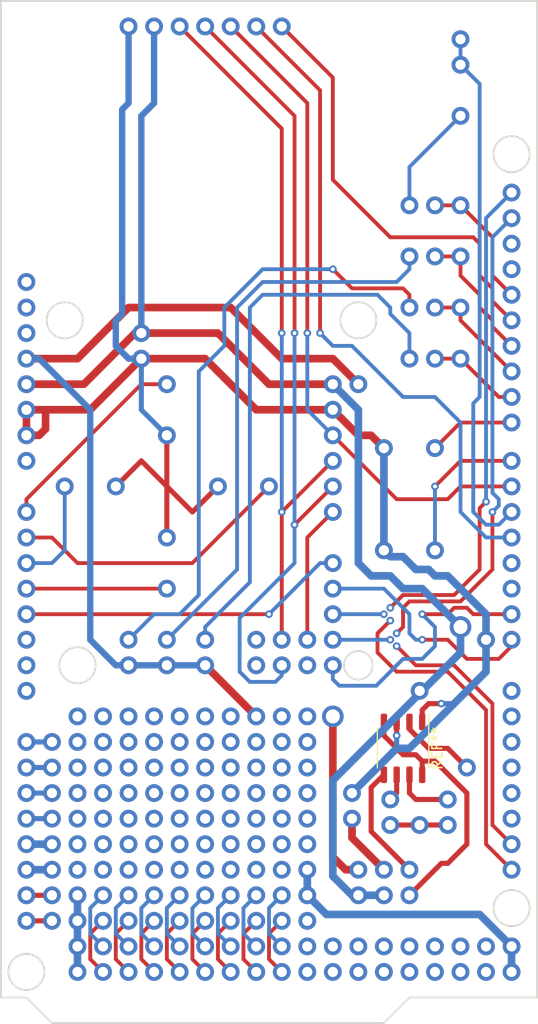
<source format=kicad_pcb>
(kicad_pcb (version 20171130) (host pcbnew "(5.1.9)-1")

  (general
    (thickness 1.6)
    (drawings 74)
    (tracks 654)
    (zones 0)
    (modules 1)
    (nets 1)
  )

  (page User 139.7 215.9)
  (layers
    (0 F.Cu mixed)
    (31 B.Cu mixed)
    (33 F.Adhes user hide)
    (35 F.Paste user hide)
    (37 F.SilkS user hide)
    (38 B.Mask user hide)
    (39 F.Mask user hide)
    (40 Dwgs.User user)
    (41 Cmts.User user hide)
    (42 Eco1.User user hide)
    (43 Eco2.User user hide)
    (44 Edge.Cuts user)
    (45 Margin user hide)
    (46 B.CrtYd user hide)
    (47 F.CrtYd user hide)
    (49 F.Fab user hide)
  )

  (setup
    (last_trace_width 0.381)
    (user_trace_width 0.381)
    (user_trace_width 0.508)
    (user_trace_width 0.635)
    (user_trace_width 0.762)
    (trace_clearance 0.254)
    (zone_clearance 0.508)
    (zone_45_only yes)
    (trace_min 0.1778)
    (via_size 1.524)
    (via_drill 0.889)
    (via_min_size 0.381)
    (via_min_drill 0.2794)
    (user_via 0.762 0.381)
    (user_via 1.27 0.635)
    (user_via 1.778 1.016)
    (user_via 2.286 1.524)
    (uvia_size 0.762)
    (uvia_drill 0.381)
    (uvias_allowed yes)
    (uvia_min_size 0.508)
    (uvia_min_drill 0.254)
    (edge_width 0.1778)
    (segment_width 0.1778)
    (pcb_text_width 0.3)
    (pcb_text_size 1.5 1.5)
    (mod_edge_width 0.1778)
    (mod_text_size 1 1)
    (mod_text_width 0.15)
    (pad_size 1.651 0.635)
    (pad_drill 0)
    (pad_to_mask_clearance 0)
    (aux_axis_origin 0 0)
    (grid_origin 8.89 8.89)
    (visible_elements 7FF8B61F)
    (pcbplotparams
      (layerselection 0x01000_ffffffff)
      (usegerberextensions false)
      (usegerberattributes true)
      (usegerberadvancedattributes true)
      (creategerberjobfile true)
      (gerberprecision 5)
      (excludeedgelayer true)
      (linewidth 0.127000)
      (plotframeref true)
      (viasonmask true)
      (mode 1)
      (useauxorigin false)
      (hpglpennumber 1)
      (hpglpenspeed 20)
      (hpglpendiameter 15.000000)
      (psnegative false)
      (psa4output false)
      (plotreference true)
      (plotvalue true)
      (plotinvisibletext false)
      (padsonsilk false)
      (subtractmaskfromsilk true)
      (outputformat 4)
      (mirror false)
      (drillshape 0)
      (scaleselection 1)
      (outputdirectory ""))
  )

  (net 0 "")

  (net_class Default "This is the default net class."
    (clearance 0.254)
    (trace_width 0.381)
    (via_dia 1.524)
    (via_drill 0.889)
    (uvia_dia 0.762)
    (uvia_drill 0.381)
  )

  (module Package_SO:SOP-8_3.9x4.9mm_P1.27mm (layer F.Cu) (tedit 60A131FC) (tstamp 60A123B7)
    (at 61.595 90.805 270)
    (descr "SOP, 8 Pin (http://www.macronix.com/Lists/Datasheet/Attachments/7534/MX25R3235F,%20Wide%20Range,%2032Mb,%20v1.6.pdf#page=79), generated with kicad-footprint-generator ipc_gullwing_generator.py")
    (tags "SOP SO")
    (attr smd)
    (fp_text reference REF** (at 0 -3.4 90) (layer F.SilkS)
      (effects (font (size 1 1) (thickness 0.15)))
    )
    (fp_text value SOP-8_3.9x4.9mm_P1.27mm (at 0 3.4 90) (layer F.Fab)
      (effects (font (size 1 1) (thickness 0.15)))
    )
    (fp_line (start 0 2.56) (end 1.95 2.56) (layer F.SilkS) (width 0.12))
    (fp_line (start 0 2.56) (end -1.95 2.56) (layer F.SilkS) (width 0.12))
    (fp_line (start 0 -2.56) (end 1.95 -2.56) (layer F.SilkS) (width 0.12))
    (fp_line (start 0 -2.56) (end -3.45 -2.56) (layer F.SilkS) (width 0.12))
    (fp_line (start -0.975 -2.45) (end 1.95 -2.45) (layer F.Fab) (width 0.1))
    (fp_line (start 1.95 -2.45) (end 1.95 2.45) (layer F.Fab) (width 0.1))
    (fp_line (start 1.95 2.45) (end -1.95 2.45) (layer F.Fab) (width 0.1))
    (fp_line (start -1.95 2.45) (end -1.95 -1.475) (layer F.Fab) (width 0.1))
    (fp_line (start -1.95 -1.475) (end -0.975 -2.45) (layer F.Fab) (width 0.1))
    (fp_line (start -3.7 -2.7) (end -3.7 2.7) (layer F.CrtYd) (width 0.05))
    (fp_line (start -3.7 2.7) (end 3.7 2.7) (layer F.CrtYd) (width 0.05))
    (fp_line (start 3.7 2.7) (end 3.7 -2.7) (layer F.CrtYd) (width 0.05))
    (fp_line (start 3.7 -2.7) (end -3.7 -2.7) (layer F.CrtYd) (width 0.05))
    (fp_text user %R (at 0 0 90) (layer F.Fab)
      (effects (font (size 0.98 0.98) (thickness 0.15)))
    )
    (pad 8 smd roundrect (at 2.625 -1.905 270) (size 1.651 0.635) (layers F.Cu F.Paste F.Mask) (roundrect_rratio 0.25))
    (pad 7 smd roundrect (at 2.625 -0.635 270) (size 1.651 0.635) (layers F.Cu F.Paste F.Mask) (roundrect_rratio 0.25))
    (pad 6 smd roundrect (at 2.625 0.635 270) (size 1.651 0.635) (layers F.Cu F.Paste F.Mask) (roundrect_rratio 0.25))
    (pad 5 smd roundrect (at 2.625 1.905 270) (size 1.651 0.635) (layers F.Cu F.Paste F.Mask) (roundrect_rratio 0.25))
    (pad 4 smd roundrect (at -2.625 1.905 270) (size 1.651 0.635) (layers F.Cu F.Paste F.Mask) (roundrect_rratio 0.25))
    (pad 3 smd roundrect (at -2.625 0.635 270) (size 1.651 0.635) (layers F.Cu F.Paste F.Mask) (roundrect_rratio 0.25))
    (pad 2 smd roundrect (at -2.625 -0.635 270) (size 1.651 0.635) (layers F.Cu F.Paste F.Mask) (roundrect_rratio 0.25))
    (pad 1 smd roundrect (at -2.625 -1.905 270) (size 1.651 0.635) (layers F.Cu F.Paste F.Mask) (roundrect_rratio 0.25))
    (model ${KISYS3DMOD}/Package_SO.3dshapes/SOP-8_3.9x4.9mm_P1.27mm.wrl
      (at (xyz 0 0 0))
      (scale (xyz 1 1 1))
      (rotate (xyz 0 0 0))
    )
  )

  (gr_poly (pts (xy 64.135 93.98) (xy 62.23 93.98) (xy 62.23 88.9) (xy 64.135 88.9)) (layer Dwgs.User) (width 0.1))
  (gr_poly (pts (xy 69.977 84.455) (xy 69.342 88.519) (xy 67.818 88.265) (xy 68.453 84.201)) (layer Dwgs.User) (width 0.1))
  (gr_line (start 60.96 82.296) (end 61.722 83.566) (layer Dwgs.User) (width 0.127))
  (gr_poly (pts (xy 60.706 84.201) (xy 59.944 82.931) (xy 61.341 82.931)) (layer Dwgs.User) (width 0.1))
  (gr_line (start 63.246 98.425) (end 63.246 85.09) (layer Dwgs.User) (width 0.127))
  (gr_line (start 67.945 92.71) (end 69.85 80.01) (layer Dwgs.User) (width 0.127))
  (gr_line (start 54.61 87.63) (end 67.31 78.74) (layer Dwgs.User) (width 0.127))
  (gr_line (start 63.5 101.6) (end 55.88 101.6) (layer Dwgs.User) (width 0.127) (tstamp 60C0D101))
  (gr_line (start 64.135 102.235) (end 63.5 101.6) (layer Dwgs.User) (width 0.127))
  (gr_line (start 68.58 102.235) (end 64.135 102.235) (layer Dwgs.User) (width 0.127))
  (gr_line (start 69.215 102.87) (end 68.58 102.235) (layer Dwgs.User) (width 0.127))
  (gr_line (start 69.215 105.41) (end 69.215 102.87) (layer Dwgs.User) (width 0.127))
  (gr_line (start 68.58 106.045) (end 69.215 105.41) (layer Dwgs.User) (width 0.127))
  (gr_line (start 64.135 106.045) (end 68.58 106.045) (layer Dwgs.User) (width 0.127))
  (gr_line (start 63.5 106.68) (end 64.135 106.045) (layer Dwgs.User) (width 0.127))
  (gr_line (start 55.88 106.68) (end 63.5 106.68) (layer Dwgs.User) (width 0.127))
  (gr_line (start 55.88 101.6) (end 55.88 106.68) (layer Dwgs.User) (width 0.127))
  (gr_line (start 57.785 93.98) (end 55.245 93.98) (layer Dwgs.User) (width 0.127) (tstamp 60C0D0EE))
  (gr_line (start 57.785 99.06) (end 57.785 93.98) (layer Dwgs.User) (width 0.127))
  (gr_line (start 55.245 99.06) (end 57.785 99.06) (layer Dwgs.User) (width 0.127))
  (gr_line (start 55.245 93.98) (end 55.245 99.06) (layer Dwgs.User) (width 0.127))
  (gr_circle (center 60.325 97.155) (end 60.325 95.25) (layer Dwgs.User) (width 0.127))
  (gr_circle (center 66.04 97.155) (end 66.04 95.25) (layer Dwgs.User) (width 0.127))
  (gr_circle (center 27.94 48.26) (end 29.21 49.53) (layer Edge.Cuts) (width 0.1778) (tstamp 604DB379))
  (gr_circle (center 57.15 48.26) (end 58.946051 48.26) (layer Edge.Cuts) (width 0.1778))
  (gr_line (start 62.23 115.57) (end 74.93 115.57) (layer Edge.Cuts) (width 0.1778) (tstamp 5FDE6659))
  (gr_line (start 59.69 118.11) (end 26.67 118.11) (layer Edge.Cuts) (width 0.1778) (tstamp 5FDE6656))
  (gr_circle (center 24.13 113.03) (end 25.4 114.3) (layer Edge.Cuts) (width 0.1778))
  (gr_line (start 59.69 118.11) (end 62.23 115.57) (layer Edge.Cuts) (width 0.1778))
  (gr_circle (center 72.39 106.68) (end 73.66 107.95) (layer Edge.Cuts) (width 0.1778))
  (gr_line (start 24.13 115.57) (end 26.67 118.11) (layer Edge.Cuts) (width 0.1778))
  (gr_line (start 21.59 115.57) (end 24.13 115.57) (layer Edge.Cuts) (width 0.1778))
  (gr_circle (center 29.21 82.55) (end 30.48 83.82) (layer Edge.Cuts) (width 0.1778))
  (gr_circle (center 57.15 82.55) (end 58.42 83.185) (layer Edge.Cuts) (width 0.1778))
  (gr_circle (center 72.39 31.75) (end 73.66 30.48) (layer Edge.Cuts) (width 0.1778))
  (gr_line (start 74.93 16.51) (end 21.59 16.51) (layer Edge.Cuts) (width 0.1778) (tstamp 5FC4A363))
  (gr_line (start 74.93 115.57) (end 74.93 16.51) (layer Edge.Cuts) (width 0.1778))
  (gr_line (start 21.59 16.51) (end 21.59 115.57) (layer Edge.Cuts) (width 0.1778))
  (gr_line (start 68.58 49.53) (end 68.58 45.72) (layer Dwgs.User) (width 0.15))
  (gr_line (start 60.96 49.53) (end 68.58 49.53) (layer Dwgs.User) (width 0.15))
  (gr_line (start 68.58 45.72) (end 60.96 45.72) (layer Dwgs.User) (width 0.15) (tstamp 5FC35979))
  (gr_line (start 60.96 45.72) (end 60.96 49.53) (layer Dwgs.User) (width 0.15))
  (gr_line (start 68.58 40.64) (end 60.96 40.64) (layer Dwgs.User) (width 0.15) (tstamp 5FC3595A))
  (gr_line (start 60.96 44.45) (end 68.58 44.45) (layer Dwgs.User) (width 0.15))
  (gr_line (start 60.96 40.64) (end 60.96 44.45) (layer Dwgs.User) (width 0.15))
  (gr_line (start 68.58 44.45) (end 68.58 40.64) (layer Dwgs.User) (width 0.15))
  (gr_line (start 68.58 35.56) (end 60.96 35.56) (layer Dwgs.User) (width 0.15) (tstamp 5FC35953))
  (gr_line (start 60.96 35.56) (end 60.96 39.37) (layer Dwgs.User) (width 0.15))
  (gr_line (start 60.96 39.37) (end 68.58 39.37) (layer Dwgs.User) (width 0.15))
  (gr_line (start 68.58 39.37) (end 68.58 35.56) (layer Dwgs.User) (width 0.15))
  (gr_circle (center 30.48 64.77) (end 33.02 64.77) (layer Dwgs.User) (width 0.15))
  (gr_circle (center 62.23 71.12) (end 64.77 71.12) (layer Dwgs.User) (width 0.15))
  (gr_line (start 25.4 45.72) (end 59.69 45.72) (layer Dwgs.User) (width 0.15))
  (gr_line (start 59.69 22.86) (end 25.4 22.86) (layer Dwgs.User) (width 0.15))
  (gr_line (start 68.58 50.8) (end 60.96 50.8) (layer Dwgs.User) (width 0.15) (tstamp 5FC3597F))
  (gr_line (start 68.58 54.61) (end 68.58 50.8) (layer Dwgs.User) (width 0.15))
  (gr_line (start 60.96 54.61) (end 68.58 54.61) (layer Dwgs.User) (width 0.15))
  (gr_line (start 60.96 50.8) (end 60.96 54.61) (layer Dwgs.User) (width 0.15))
  (gr_circle (center 67.31 24.13) (end 67.31 30.48) (layer Dwgs.User) (width 0.15))
  (gr_circle (center 45.72 64.77) (end 48.26 64.77) (layer Dwgs.User) (width 0.15))
  (gr_circle (center 38.1 72.39) (end 38.1 69.85) (layer Dwgs.User) (width 0.15))
  (gr_circle (center 38.1 57.15) (end 38.1 54.61) (layer Dwgs.User) (width 0.15))
  (gr_circle (center 62.23 60.96) (end 64.77 60.96) (layer Dwgs.User) (width 0.15))
  (gr_line (start 59.69 17.78) (end 25.4 17.78) (layer Dwgs.User) (width 0.15) (tstamp 5FC3435D))
  (gr_line (start 59.69 50.8) (end 59.69 17.78) (layer Dwgs.User) (width 0.15))
  (gr_line (start 25.4 50.8) (end 59.69 50.8) (layer Dwgs.User) (width 0.15))
  (gr_line (start 25.4 17.78) (end 25.4 50.8) (layer Dwgs.User) (width 0.15))
  (gr_line (start 53.34 78.74) (end 45.72 78.74) (layer Dwgs.User) (width 0.15) (tstamp 5FC342E7))
  (gr_line (start 53.34 83.82) (end 53.34 78.74) (layer Dwgs.User) (width 0.15))
  (gr_line (start 45.72 83.82) (end 53.34 83.82) (layer Dwgs.User) (width 0.15))
  (gr_line (start 45.72 78.74) (end 45.72 83.82) (layer Dwgs.User) (width 0.15))
  (gr_circle (center 41.91 81.28) (end 41.91 79.375) (layer Dwgs.User) (width 0.15))
  (gr_circle (center 38.1 81.28) (end 38.1 79.375) (layer Dwgs.User) (width 0.15))
  (gr_circle (center 34.29 81.28) (end 34.29 79.375) (layer Dwgs.User) (width 0.15))

  (via blind (at 49.53 67.31) (size 0.762) (drill 0.381) (layers F.Cu B.Cu) (net 0))
  (segment (start 38.1 59.69) (end 38.1 59.69) (width 0.381) (layer F.Cu) (net 0))
  (segment (start 33.02 64.77) (end 33.02 64.77) (width 0.381) (layer F.Cu) (net 0))
  (segment (start 49.53 82.55) (end 49.53 82.55) (width 0.381) (layer B.Cu) (net 0) (tstamp 5FC45E05))
  (segment (start 27.94 64.77) (end 27.94 64.77) (width 0.381) (layer B.Cu) (net 0) (tstamp 5FC45E01))
  (segment (start 38.1 54.61) (end 38.1 54.61) (width 0.381) (layer F.Cu) (net 0) (tstamp 5FC45DED))
  (segment (start 35.56 54.61) (end 24.13 66.04) (width 0.381) (layer F.Cu) (net 0))
  (segment (start 24.13 66.04) (end 24.13 67.31) (width 0.381) (layer F.Cu) (net 0))
  (segment (start 38.1 74.93) (end 38.1 74.93) (width 0.381) (layer F.Cu) (net 0))
  (segment (start 26.67 72.39) (end 24.13 72.39) (width 0.381) (layer B.Cu) (net 0))
  (segment (start 48.26 64.77) (end 48.26 64.77) (width 0.381) (layer F.Cu) (net 0))
  (segment (start 40.64 72.39) (end 29.21 72.39) (width 0.381) (layer F.Cu) (net 0))
  (segment (start 29.21 72.39) (end 26.67 69.85) (width 0.381) (layer F.Cu) (net 0))
  (segment (start 26.67 69.85) (end 24.13 69.85) (width 0.381) (layer F.Cu) (net 0))
  (via blind (at 50.8 68.58) (size 0.762) (drill 0.381) (layers F.Cu B.Cu) (net 0))
  (segment (start 67.31 64.77) (end 66.04 66.04) (width 0.381) (layer F.Cu) (net 0))
  (segment (start 67.31 62.23) (end 64.77 64.77) (width 0.381) (layer F.Cu) (net 0))
  (via blind (at 64.77 64.77) (size 0.762) (drill 0.381) (layers F.Cu B.Cu) (net 0))
  (segment (start 62.23 52.07) (end 62.23 52.07) (width 0.381) (layer B.Cu) (net 0) (tstamp 5FC36994))
  (segment (start 62.23 46.99) (end 62.23 46.99) (width 0.381) (layer F.Cu) (net 0) (tstamp 5FC36992))
  (segment (start 62.23 41.91) (end 62.23 41.91) (width 0.381) (layer B.Cu) (net 0) (tstamp 5FC3698C))
  (segment (start 62.23 36.83) (end 62.23 36.83) (width 0.381) (layer B.Cu) (net 0) (tstamp 5FC3698A))
  (segment (start 43.815 46.99) (end 43.815 50.8) (width 0.381) (layer B.Cu) (net 0))
  (segment (start 47.625 43.18) (end 43.815 46.99) (width 0.381) (layer B.Cu) (net 0))
  (segment (start 47.625 44.45) (end 45.085 46.99) (width 0.381) (layer B.Cu) (net 0))
  (segment (start 62.23 43.18) (end 60.96 44.45) (width 0.381) (layer B.Cu) (net 0))
  (via (at 49.53 49.53) (size 0.762) (drill 0.381) (layers F.Cu B.Cu) (net 0))
  (segment (start 49.53 49.53) (end 49.53 67.31) (width 0.381) (layer B.Cu) (net 0) (tstamp 5FC36653))
  (via (at 50.8 49.53) (size 0.762) (drill 0.381) (layers F.Cu B.Cu) (net 0))
  (via (at 52.07 49.53) (size 0.762) (drill 0.381) (layers F.Cu B.Cu) (net 0))
  (segment (start 52.07 49.53) (end 52.07 57.15) (width 0.381) (layer B.Cu) (net 0) (tstamp 5FC3664F))
  (segment (start 52.07 57.15) (end 54.61 59.69) (width 0.381) (layer B.Cu) (net 0))
  (segment (start 48.26 54.61) (end 43.18 49.53) (width 0.762) (layer F.Cu) (net 0))
  (segment (start 43.18 49.53) (end 35.56 49.53) (width 0.762) (layer F.Cu) (net 0))
  (segment (start 62.23 33.02) (end 67.31 27.94) (width 0.381) (layer B.Cu) (net 0))
  (segment (start 52.07 69.85) (end 52.07 80.01) (width 0.381) (layer F.Cu) (net 0))
  (segment (start 49.53 67.31) (end 49.53 80.01) (width 0.381) (layer F.Cu) (net 0) (tstamp 5FC35249))
  (segment (start 27.94 71.12) (end 26.67 72.39) (width 0.381) (layer B.Cu) (net 0))
  (segment (start 49.53 80.01) (end 49.53 68.58) (width 0.381) (layer F.Cu) (net 0) (tstamp 5FC36604))
  (segment (start 49.53 82.55) (end 49.53 82.55) (width 0.381) (layer B.Cu) (net 0))
  (segment (start 38.1 69.85) (end 38.1 69.85) (width 0.381) (layer F.Cu) (net 0) (tstamp 5FC45DEF))
  (segment (start 38.1 69.85) (end 38.1 69.85) (width 0.381) (layer F.Cu) (net 0) (tstamp 5FC369FD))
  (segment (start 49.53 82.55) (end 49.53 82.55) (width 0.381) (layer B.Cu) (net 0) (tstamp 5FC36606))
  (via (at 49.53 105.41) (size 1.778) (drill 1.016) (layers F.Cu B.Cu) (net 0))
  (via (at 46.99 105.41) (size 1.778) (drill 1.016) (layers F.Cu B.Cu) (net 0))
  (via (at 44.45 105.41) (size 1.778) (drill 1.016) (layers F.Cu B.Cu) (net 0))
  (via (at 41.91 105.41) (size 1.778) (drill 1.016) (layers F.Cu B.Cu) (net 0))
  (via (at 39.37 105.41) (size 1.778) (drill 1.016) (layers F.Cu B.Cu) (net 0))
  (via (at 36.83 105.41) (size 1.778) (drill 1.016) (layers F.Cu B.Cu) (net 0))
  (via (at 34.29 105.41) (size 1.778) (drill 1.016) (layers F.Cu B.Cu) (net 0))
  (via (at 31.75 105.41) (size 1.778) (drill 1.016) (layers F.Cu B.Cu) (net 0))
  (via (at 29.21 105.41) (size 1.778) (drill 1.016) (layers F.Cu B.Cu) (net 0))
  (via (at 29.21 107.95) (size 1.778) (drill 1.016) (layers F.Cu B.Cu) (net 0))
  (via (at 29.21 110.49) (size 1.778) (drill 1.016) (layers F.Cu B.Cu) (net 0))
  (via (at 29.21 113.03) (size 1.778) (drill 1.016) (layers F.Cu B.Cu) (net 0))
  (via (at 31.75 113.03) (size 1.778) (drill 1.016) (layers F.Cu B.Cu) (net 0))
  (via (at 31.75 110.49) (size 1.778) (drill 1.016) (layers F.Cu B.Cu) (net 0))
  (via (at 31.75 107.95) (size 1.778) (drill 1.016) (layers F.Cu B.Cu) (net 0))
  (via (at 34.29 107.95) (size 1.778) (drill 1.016) (layers F.Cu B.Cu) (net 0))
  (via (at 34.29 110.49) (size 1.778) (drill 1.016) (layers F.Cu B.Cu) (net 0))
  (via (at 34.29 113.03) (size 1.778) (drill 1.016) (layers F.Cu B.Cu) (net 0))
  (via (at 36.83 113.03) (size 1.778) (drill 1.016) (layers F.Cu B.Cu) (net 0))
  (via (at 36.83 110.49) (size 1.778) (drill 1.016) (layers F.Cu B.Cu) (net 0))
  (via (at 36.83 107.95) (size 1.778) (drill 1.016) (layers F.Cu B.Cu) (net 0))
  (via (at 39.37 107.95) (size 1.778) (drill 1.016) (layers F.Cu B.Cu) (net 0))
  (via (at 39.37 110.49) (size 1.778) (drill 1.016) (layers F.Cu B.Cu) (net 0))
  (via (at 39.37 113.03) (size 1.778) (drill 1.016) (layers F.Cu B.Cu) (net 0))
  (via (at 49.53 107.95) (size 1.778) (drill 1.016) (layers F.Cu B.Cu) (net 0))
  (via (at 46.99 107.95) (size 1.778) (drill 1.016) (layers F.Cu B.Cu) (net 0))
  (via (at 44.45 107.95) (size 1.778) (drill 1.016) (layers F.Cu B.Cu) (net 0))
  (via (at 41.91 107.95) (size 1.778) (drill 1.016) (layers F.Cu B.Cu) (net 0))
  (via (at 41.91 110.49) (size 1.778) (drill 1.016) (layers F.Cu B.Cu) (net 0))
  (via (at 41.91 113.03) (size 1.778) (drill 1.016) (layers F.Cu B.Cu) (net 0))
  (via (at 44.45 113.03) (size 1.778) (drill 1.016) (layers F.Cu B.Cu) (net 0))
  (via (at 44.45 110.49) (size 1.778) (drill 1.016) (layers F.Cu B.Cu) (net 0))
  (via (at 49.53 82.55) (size 1.778) (drill 1.016) (layers F.Cu B.Cu) (net 0))
  (via (at 49.53 80.01) (size 1.778) (drill 1.016) (layers F.Cu B.Cu) (net 0))
  (via (at 52.07 80.01) (size 1.778) (drill 1.016) (layers F.Cu B.Cu) (net 0))
  (via (at 52.07 82.55) (size 1.778) (drill 1.016) (layers F.Cu B.Cu) (net 0))
  (via (at 46.99 80.01) (size 1.778) (drill 1.016) (layers F.Cu B.Cu) (net 0))
  (via (at 46.99 82.55) (size 1.778) (drill 1.016) (layers F.Cu B.Cu) (net 0))
  (via (at 54.61 82.55) (size 1.778) (drill 1.016) (layers F.Cu B.Cu) (net 0))
  (via (at 54.61 80.01) (size 1.778) (drill 1.016) (layers F.Cu B.Cu) (net 0))
  (via (at 54.61 77.47) (size 1.778) (drill 1.016) (layers F.Cu B.Cu) (net 0))
  (via (at 54.61 74.93) (size 1.778) (drill 1.016) (layers F.Cu B.Cu) (net 0))
  (via (at 41.91 82.55) (size 1.778) (drill 1.016) (layers F.Cu B.Cu) (net 0))
  (via (at 41.91 80.01) (size 1.778) (drill 1.016) (layers F.Cu B.Cu) (net 0))
  (via (at 38.1 80.01) (size 1.778) (drill 1.016) (layers F.Cu B.Cu) (net 0))
  (via (at 38.1 82.55) (size 1.778) (drill 1.016) (layers F.Cu B.Cu) (net 0))
  (via (at 34.29 80.01) (size 1.778) (drill 1.016) (layers F.Cu B.Cu) (net 0))
  (via (at 24.13 74.93) (size 1.778) (drill 1.016) (layers F.Cu B.Cu) (net 0))
  (via (at 24.13 72.39) (size 1.778) (drill 1.016) (layers F.Cu B.Cu) (net 0))
  (via (at 24.13 69.85) (size 1.778) (drill 1.016) (layers F.Cu B.Cu) (net 0))
  (via (at 24.13 67.31) (size 1.778) (drill 1.016) (layers F.Cu B.Cu) (net 0))
  (via (at 24.13 90.17) (size 1.778) (drill 1.016) (layers F.Cu B.Cu) (net 0))
  (via (at 24.13 85.09) (size 1.778) (drill 1.016) (layers F.Cu B.Cu) (net 0))
  (via (at 24.13 82.55) (size 1.778) (drill 1.016) (layers F.Cu B.Cu) (net 0))
  (via (at 24.13 80.01) (size 1.778) (drill 1.016) (layers F.Cu B.Cu) (net 0))
  (via (at 24.13 92.71) (size 1.778) (drill 1.016) (layers F.Cu B.Cu) (net 0))
  (via (at 26.67 92.71) (size 1.778) (drill 1.016) (layers F.Cu B.Cu) (net 0))
  (via (at 26.67 90.17) (size 1.778) (drill 1.016) (layers F.Cu B.Cu) (net 0))
  (via (at 72.39 80.01) (size 1.778) (drill 1.016) (layers F.Cu B.Cu) (net 0))
  (via (at 72.39 77.47) (size 1.778) (drill 1.016) (layers F.Cu B.Cu) (net 0))
  (via (at 72.39 74.93) (size 1.778) (drill 1.016) (layers F.Cu B.Cu) (net 0))
  (via (at 72.39 72.39) (size 1.778) (drill 1.016) (layers F.Cu B.Cu) (net 0))
  (via (at 72.39 67.31) (size 1.778) (drill 1.016) (layers F.Cu B.Cu) (net 0))
  (segment (start 72.39 64.77) (end 67.31 64.77) (width 0.381) (layer F.Cu) (net 0) (tstamp 5FDE63AB))
  (via (at 72.39 64.77) (size 1.778) (drill 1.016) (layers F.Cu B.Cu) (net 0))
  (segment (start 72.39 62.23) (end 67.31 62.23) (width 0.381) (layer F.Cu) (net 0) (tstamp 5FDE63AD))
  (via (at 72.39 62.23) (size 1.778) (drill 1.016) (layers F.Cu B.Cu) (net 0))
  (via (at 72.39 58.42) (size 1.778) (drill 1.016) (layers F.Cu B.Cu) (net 0))
  (via (at 72.39 55.88) (size 1.778) (drill 1.016) (layers F.Cu B.Cu) (net 0))
  (via (at 72.39 53.34) (size 1.778) (drill 1.016) (layers F.Cu B.Cu) (net 0))
  (via (at 72.39 48.26) (size 1.778) (drill 1.016) (layers F.Cu B.Cu) (net 0))
  (via (at 72.39 45.72) (size 1.778) (drill 1.016) (layers F.Cu B.Cu) (net 0))
  (via (at 72.39 43.18) (size 1.778) (drill 1.016) (layers F.Cu B.Cu) (net 0))
  (via (at 72.39 40.64) (size 1.778) (drill 1.016) (layers F.Cu B.Cu) (net 0))
  (via (at 72.39 38.1) (size 1.778) (drill 1.016) (layers F.Cu B.Cu) (net 0))
  (via (at 72.39 35.56) (size 1.778) (drill 1.016) (layers F.Cu B.Cu) (net 0))
  (segment (start 64.77 36.83) (end 64.77 36.83) (width 0.381) (layer F.Cu) (net 0) (tstamp 5FDE63BF))
  (via (at 67.31 36.83) (size 1.778) (drill 1.016) (layers F.Cu B.Cu) (net 0))
  (via (at 64.77 36.83) (size 1.778) (drill 1.016) (layers F.Cu B.Cu) (net 0))
  (via (at 62.23 36.83) (size 1.778) (drill 1.016) (layers F.Cu B.Cu) (net 0))
  (via (at 62.23 41.91) (size 1.778) (drill 1.016) (layers F.Cu B.Cu) (net 0))
  (segment (start 62.23 41.91) (end 62.23 43.18) (width 0.381) (layer B.Cu) (net 0) (tstamp 5FDE63C3))
  (via (at 67.31 41.91) (size 1.778) (drill 1.016) (layers F.Cu B.Cu) (net 0))
  (via (at 67.31 46.99) (size 1.778) (drill 1.016) (layers F.Cu B.Cu) (net 0))
  (via (at 62.23 46.99) (size 1.778) (drill 1.016) (layers F.Cu B.Cu) (net 0))
  (via (at 62.23 52.07) (size 1.778) (drill 1.016) (layers F.Cu B.Cu) (net 0))
  (via (at 64.77 52.07) (size 1.778) (drill 1.016) (layers F.Cu B.Cu) (net 0))
  (segment (start 64.77 52.07) (end 64.77 52.07) (width 0.381) (layer F.Cu) (net 0) (tstamp 5FDE63CD))
  (via (at 67.31 52.07) (size 1.778) (drill 1.016) (layers F.Cu B.Cu) (net 0))
  (via (at 64.77 60.96) (size 1.778) (drill 1.016) (layers F.Cu B.Cu) (net 0))
  (via (at 59.69 60.96) (size 1.778) (drill 1.016) (layers F.Cu B.Cu) (net 0))
  (via (at 64.77 71.12) (size 1.778) (drill 1.016) (layers F.Cu B.Cu) (net 0))
  (via (at 59.69 71.12) (size 1.778) (drill 1.016) (layers F.Cu B.Cu) (net 0))
  (segment (start 54.61 67.31) (end 52.07 69.85) (width 0.381) (layer F.Cu) (net 0) (tstamp 5FDE63D7))
  (via (at 54.61 67.31) (size 1.778) (drill 1.016) (layers F.Cu B.Cu) (net 0))
  (segment (start 54.61 64.77) (end 50.8 68.58) (width 0.381) (layer F.Cu) (net 0) (tstamp 5FDE63D9))
  (via (at 54.61 64.77) (size 1.778) (drill 1.016) (layers F.Cu B.Cu) (net 0))
  (segment (start 54.61 62.23) (end 49.53 67.31) (width 0.381) (layer F.Cu) (net 0) (tstamp 5FDE63DB))
  (via (at 54.61 62.23) (size 1.778) (drill 1.016) (layers F.Cu B.Cu) (net 0))
  (via (at 54.61 59.69) (size 1.778) (drill 1.016) (layers F.Cu B.Cu) (net 0))
  (via (at 54.61 57.15) (size 1.778) (drill 1.016) (layers F.Cu B.Cu) (net 0))
  (segment (start 54.61 54.61) (end 48.26 54.61) (width 0.762) (layer F.Cu) (net 0) (tstamp 5FDE63E1))
  (via (at 54.61 54.61) (size 1.778) (drill 1.016) (layers F.Cu B.Cu) (net 0))
  (segment (start 48.26 64.77) (end 40.64 72.39) (width 0.381) (layer F.Cu) (net 0) (tstamp 5FDE63E3))
  (via (at 48.26 64.77) (size 1.778) (drill 1.016) (layers F.Cu B.Cu) (net 0))
  (segment (start 43.18 64.77) (end 43.18 64.77) (width 0.381) (layer F.Cu) (net 0) (tstamp 5FDE63E5))
  (via (at 43.18 64.77) (size 1.778) (drill 1.016) (layers F.Cu B.Cu) (net 0))
  (segment (start 38.1 69.85) (end 38.1 69.85) (width 0.381) (layer F.Cu) (net 0) (tstamp 5FDE63F6))
  (via (at 38.1 69.85) (size 1.778) (drill 1.016) (layers F.Cu B.Cu) (net 0))
  (segment (start 38.1 74.93) (end 24.13 74.93) (width 0.381) (layer F.Cu) (net 0) (tstamp 5FDE63F8))
  (via (at 38.1 74.93) (size 1.778) (drill 1.016) (layers F.Cu B.Cu) (net 0))
  (segment (start 38.1 54.61) (end 35.56 54.61) (width 0.381) (layer F.Cu) (net 0) (tstamp 5FDE63FA))
  (via (at 38.1 54.61) (size 1.778) (drill 1.016) (layers F.Cu B.Cu) (net 0))
  (via (at 38.1 59.69) (size 1.778) (drill 1.016) (layers F.Cu B.Cu) (net 0))
  (via (at 33.02 64.77) (size 1.778) (drill 1.016) (layers F.Cu B.Cu) (net 0))
  (segment (start 27.94 64.77) (end 27.94 71.12) (width 0.381) (layer B.Cu) (net 0) (tstamp 5FDE6400))
  (via (at 27.94 64.77) (size 1.778) (drill 1.016) (layers F.Cu B.Cu) (net 0))
  (via (at 52.07 87.63) (size 1.778) (drill 1.016) (layers F.Cu B.Cu) (net 0))
  (via (at 49.53 87.63) (size 1.778) (drill 1.016) (layers F.Cu B.Cu) (net 0))
  (via (at 46.99 87.63) (size 1.778) (drill 1.016) (layers F.Cu B.Cu) (net 0))
  (via (at 44.45 87.63) (size 1.778) (drill 1.016) (layers F.Cu B.Cu) (net 0))
  (via (at 41.91 87.63) (size 1.778) (drill 1.016) (layers F.Cu B.Cu) (net 0))
  (via (at 39.37 87.63) (size 1.778) (drill 1.016) (layers F.Cu B.Cu) (net 0))
  (via (at 36.83 87.63) (size 1.778) (drill 1.016) (layers F.Cu B.Cu) (net 0))
  (via (at 34.29 87.63) (size 1.778) (drill 1.016) (layers F.Cu B.Cu) (net 0))
  (via (at 31.75 87.63) (size 1.778) (drill 1.016) (layers F.Cu B.Cu) (net 0))
  (via (at 31.75 90.17) (size 1.778) (drill 1.016) (layers F.Cu B.Cu) (net 0))
  (via (at 31.75 92.71) (size 1.778) (drill 1.016) (layers F.Cu B.Cu) (net 0))
  (via (at 31.75 95.25) (size 1.778) (drill 1.016) (layers F.Cu B.Cu) (net 0))
  (via (at 31.75 97.79) (size 1.778) (drill 1.016) (layers F.Cu B.Cu) (net 0))
  (via (at 31.75 100.33) (size 1.778) (drill 1.016) (layers F.Cu B.Cu) (net 0))
  (via (at 31.75 102.87) (size 1.778) (drill 1.016) (layers F.Cu B.Cu) (net 0))
  (via (at 29.21 102.87) (size 1.778) (drill 1.016) (layers F.Cu B.Cu) (net 0))
  (via (at 26.67 102.87) (size 1.778) (drill 1.016) (layers F.Cu B.Cu) (net 0))
  (via (at 26.67 100.33) (size 1.778) (drill 1.016) (layers F.Cu B.Cu) (net 0))
  (via (at 24.13 100.33) (size 1.778) (drill 1.016) (layers F.Cu B.Cu) (net 0))
  (via (at 24.13 97.79) (size 1.778) (drill 1.016) (layers F.Cu B.Cu) (net 0))
  (via (at 26.67 97.79) (size 1.778) (drill 1.016) (layers F.Cu B.Cu) (net 0))
  (via (at 26.67 95.25) (size 1.778) (drill 1.016) (layers F.Cu B.Cu) (net 0))
  (via (at 24.13 95.25) (size 1.778) (drill 1.016) (layers F.Cu B.Cu) (net 0))
  (via (at 26.67 105.41) (size 1.778) (drill 1.016) (layers F.Cu B.Cu) (net 0))
  (via (at 24.13 105.41) (size 1.778) (drill 1.016) (layers F.Cu B.Cu) (net 0))
  (via (at 24.13 107.95) (size 1.778) (drill 1.016) (layers F.Cu B.Cu) (net 0))
  (via (at 24.13 102.87) (size 1.778) (drill 1.016) (layers F.Cu B.Cu) (net 0))
  (via (at 26.67 107.95) (size 1.778) (drill 1.016) (layers F.Cu B.Cu) (net 0))
  (via (at 29.21 100.33) (size 1.778) (drill 1.016) (layers F.Cu B.Cu) (net 0))
  (via (at 29.21 97.79) (size 1.778) (drill 1.016) (layers F.Cu B.Cu) (net 0))
  (via (at 29.21 95.25) (size 1.778) (drill 1.016) (layers F.Cu B.Cu) (net 0))
  (via (at 29.21 92.71) (size 1.778) (drill 1.016) (layers F.Cu B.Cu) (net 0))
  (via (at 29.21 90.17) (size 1.778) (drill 1.016) (layers F.Cu B.Cu) (net 0))
  (via (at 29.21 87.63) (size 1.778) (drill 1.016) (layers F.Cu B.Cu) (net 0))
  (via (at 34.29 90.17) (size 1.778) (drill 1.016) (layers F.Cu B.Cu) (net 0))
  (via (at 36.83 90.17) (size 1.778) (drill 1.016) (layers F.Cu B.Cu) (net 0))
  (via (at 39.37 90.17) (size 1.778) (drill 1.016) (layers F.Cu B.Cu) (net 0))
  (via (at 39.37 92.71) (size 1.778) (drill 1.016) (layers F.Cu B.Cu) (net 0))
  (via (at 36.83 92.71) (size 1.778) (drill 1.016) (layers F.Cu B.Cu) (net 0))
  (via (at 34.29 92.71) (size 1.778) (drill 1.016) (layers F.Cu B.Cu) (net 0))
  (via (at 34.29 95.25) (size 1.778) (drill 1.016) (layers F.Cu B.Cu) (net 0))
  (via (at 34.29 97.79) (size 1.778) (drill 1.016) (layers F.Cu B.Cu) (net 0))
  (via (at 34.29 100.33) (size 1.778) (drill 1.016) (layers F.Cu B.Cu) (net 0))
  (via (at 34.29 102.87) (size 1.778) (drill 1.016) (layers F.Cu B.Cu) (net 0))
  (via (at 36.83 102.87) (size 1.778) (drill 1.016) (layers F.Cu B.Cu) (net 0))
  (via (at 36.83 100.33) (size 1.778) (drill 1.016) (layers F.Cu B.Cu) (net 0))
  (via (at 36.83 97.79) (size 1.778) (drill 1.016) (layers F.Cu B.Cu) (net 0))
  (via (at 36.83 95.25) (size 1.778) (drill 1.016) (layers F.Cu B.Cu) (net 0))
  (via (at 39.37 95.25) (size 1.778) (drill 1.016) (layers F.Cu B.Cu) (net 0))
  (via (at 39.37 97.79) (size 1.778) (drill 1.016) (layers F.Cu B.Cu) (net 0))
  (via (at 39.37 100.33) (size 1.778) (drill 1.016) (layers F.Cu B.Cu) (net 0))
  (via (at 39.37 102.87) (size 1.778) (drill 1.016) (layers F.Cu B.Cu) (net 0))
  (via (at 41.91 102.87) (size 1.778) (drill 1.016) (layers F.Cu B.Cu) (net 0))
  (via (at 44.45 102.87) (size 1.778) (drill 1.016) (layers F.Cu B.Cu) (net 0))
  (via (at 46.99 102.87) (size 1.778) (drill 1.016) (layers F.Cu B.Cu) (net 0))
  (via (at 49.53 102.87) (size 1.778) (drill 1.016) (layers F.Cu B.Cu) (net 0))
  (via (at 49.53 100.33) (size 1.778) (drill 1.016) (layers F.Cu B.Cu) (net 0))
  (via (at 46.99 100.33) (size 1.778) (drill 1.016) (layers F.Cu B.Cu) (net 0))
  (via (at 44.45 100.33) (size 1.778) (drill 1.016) (layers F.Cu B.Cu) (net 0))
  (via (at 41.91 100.33) (size 1.778) (drill 1.016) (layers F.Cu B.Cu) (net 0))
  (via (at 41.91 97.79) (size 1.778) (drill 1.016) (layers F.Cu B.Cu) (net 0))
  (via (at 44.45 97.79) (size 1.778) (drill 1.016) (layers F.Cu B.Cu) (net 0))
  (via (at 46.99 97.79) (size 1.778) (drill 1.016) (layers F.Cu B.Cu) (net 0))
  (via (at 49.53 97.79) (size 1.778) (drill 1.016) (layers F.Cu B.Cu) (net 0))
  (via (at 52.07 107.95) (size 1.778) (drill 1.016) (layers F.Cu B.Cu) (net 0))
  (via (at 49.53 95.25) (size 1.778) (drill 1.016) (layers F.Cu B.Cu) (net 0))
  (via (at 46.99 95.25) (size 1.778) (drill 1.016) (layers F.Cu B.Cu) (net 0))
  (via (at 44.45 95.25) (size 1.778) (drill 1.016) (layers F.Cu B.Cu) (net 0))
  (via (at 41.91 95.25) (size 1.778) (drill 1.016) (layers F.Cu B.Cu) (net 0))
  (via (at 41.91 92.71) (size 1.778) (drill 1.016) (layers F.Cu B.Cu) (net 0))
  (via (at 41.91 90.17) (size 1.778) (drill 1.016) (layers F.Cu B.Cu) (net 0))
  (via (at 44.45 90.17) (size 1.778) (drill 1.016) (layers F.Cu B.Cu) (net 0))
  (via (at 44.45 92.71) (size 1.778) (drill 1.016) (layers F.Cu B.Cu) (net 0))
  (via (at 46.99 92.71) (size 1.778) (drill 1.016) (layers F.Cu B.Cu) (net 0))
  (via (at 46.99 90.17) (size 1.778) (drill 1.016) (layers F.Cu B.Cu) (net 0))
  (via (at 49.53 90.17) (size 1.778) (drill 1.016) (layers F.Cu B.Cu) (net 0))
  (via (at 49.53 92.71) (size 1.778) (drill 1.016) (layers F.Cu B.Cu) (net 0))
  (via (at 52.07 92.71) (size 1.778) (drill 1.016) (layers F.Cu B.Cu) (net 0))
  (via (at 52.07 90.17) (size 1.778) (drill 1.016) (layers F.Cu B.Cu) (net 0))
  (via (at 24.13 62.23) (size 1.778) (drill 1.016) (layers F.Cu B.Cu) (net 0))
  (via (at 24.13 59.69) (size 1.778) (drill 1.016) (layers F.Cu B.Cu) (net 0))
  (via (at 24.13 57.15) (size 1.778) (drill 1.016) (layers F.Cu B.Cu) (net 0))
  (via (at 24.13 54.61) (size 1.778) (drill 1.016) (layers F.Cu B.Cu) (net 0))
  (via (at 24.13 52.07) (size 1.778) (drill 1.016) (layers F.Cu B.Cu) (net 0))
  (via (at 24.13 49.53) (size 1.778) (drill 1.016) (layers F.Cu B.Cu) (net 0))
  (via (at 24.13 46.99) (size 1.778) (drill 1.016) (layers F.Cu B.Cu) (net 0))
  (via (at 24.13 44.45) (size 1.778) (drill 1.016) (layers F.Cu B.Cu) (net 0))
  (via (at 49.53 19.05) (size 1.778) (drill 1.016) (layers F.Cu B.Cu) (net 0))
  (via (at 44.45 19.05) (size 1.778) (drill 1.016) (layers F.Cu B.Cu) (net 0))
  (via (at 41.91 19.05) (size 1.778) (drill 1.016) (layers F.Cu B.Cu) (net 0))
  (via (at 39.37 19.05) (size 1.778) (drill 1.016) (layers F.Cu B.Cu) (net 0))
  (via (at 36.83 19.05) (size 1.778) (drill 1.016) (layers F.Cu B.Cu) (net 0))
  (via (at 34.29 19.05) (size 1.778) (drill 1.016) (layers F.Cu B.Cu) (net 0))
  (via (at 67.31 27.94) (size 1.778) (drill 1.016) (layers F.Cu B.Cu) (net 0))
  (via (at 67.31 20.32) (size 1.778) (drill 1.016) (layers F.Cu B.Cu) (net 0))
  (via (at 56.515 97.79) (size 1.778) (drill 1.016) (layers F.Cu B.Cu) (net 0))
  (via (at 57.15 110.49) (size 1.778) (drill 1.016) (layers F.Cu B.Cu) (net 0))
  (via (at 57.15 113.03) (size 1.778) (drill 1.016) (layers F.Cu B.Cu) (net 0))
  (via (at 59.69 113.03) (size 1.778) (drill 1.016) (layers F.Cu B.Cu) (net 0))
  (via (at 59.69 110.49) (size 1.778) (drill 1.016) (layers F.Cu B.Cu) (net 0))
  (via (at 62.23 110.49) (size 1.778) (drill 1.016) (layers F.Cu B.Cu) (net 0))
  (via (at 62.23 113.03) (size 1.778) (drill 1.016) (layers F.Cu B.Cu) (net 0))
  (via (at 56.515 95.25) (size 1.778) (drill 1.016) (layers F.Cu B.Cu) (net 0))
  (via (at 52.07 105.41) (size 1.778) (drill 1.016) (layers F.Cu B.Cu) (net 0))
  (via (at 46.99 110.49) (size 1.778) (drill 1.016) (layers F.Cu B.Cu) (net 0))
  (via (at 46.99 113.03) (size 1.778) (drill 1.016) (layers F.Cu B.Cu) (net 0))
  (via (at 49.53 110.49) (size 1.778) (drill 1.016) (layers F.Cu B.Cu) (net 0))
  (via (at 49.53 113.03) (size 1.778) (drill 1.016) (layers F.Cu B.Cu) (net 0))
  (via (at 52.07 113.03) (size 1.778) (drill 1.016) (layers F.Cu B.Cu) (net 0))
  (via (at 52.07 110.49) (size 1.778) (drill 1.016) (layers F.Cu B.Cu) (net 0))
  (segment (start 43.815 50.8) (end 41.275 53.34) (width 0.381) (layer B.Cu) (net 0))
  (segment (start 50.8 49.53) (end 50.8 68.58) (width 0.381) (layer B.Cu) (net 0))
  (via (at 67.31 22.86) (size 1.778) (drill 1.016) (layers F.Cu B.Cu) (net 0))
  (segment (start 67.31 22.86) (end 67.31 20.32) (width 0.381) (layer B.Cu) (net 0))
  (segment (start 31.75 113.03) (end 30.48 111.76) (width 0.381) (layer F.Cu) (net 0))
  (segment (start 30.48 111.76) (end 30.48 109.22) (width 0.381) (layer F.Cu) (net 0))
  (segment (start 34.29 113.03) (end 33.02 111.76) (width 0.381) (layer F.Cu) (net 0))
  (segment (start 33.02 111.76) (end 33.02 109.22) (width 0.381) (layer F.Cu) (net 0))
  (segment (start 36.83 113.03) (end 35.56 111.76) (width 0.381) (layer F.Cu) (net 0))
  (segment (start 35.56 111.76) (end 35.56 109.22) (width 0.381) (layer F.Cu) (net 0))
  (segment (start 39.37 113.03) (end 38.1 111.76) (width 0.381) (layer F.Cu) (net 0))
  (segment (start 38.1 111.76) (end 38.1 109.22) (width 0.381) (layer F.Cu) (net 0))
  (segment (start 41.91 113.03) (end 40.64 111.76) (width 0.381) (layer F.Cu) (net 0))
  (segment (start 40.64 111.76) (end 40.64 109.22) (width 0.381) (layer F.Cu) (net 0))
  (segment (start 44.45 113.03) (end 43.18 111.76) (width 0.381) (layer F.Cu) (net 0))
  (segment (start 43.18 111.76) (end 43.18 109.22) (width 0.381) (layer F.Cu) (net 0))
  (segment (start 46.99 113.03) (end 45.72 111.76) (width 0.381) (layer F.Cu) (net 0))
  (segment (start 45.72 111.76) (end 45.72 109.22) (width 0.381) (layer F.Cu) (net 0))
  (segment (start 49.53 113.03) (end 48.26 111.76) (width 0.381) (layer F.Cu) (net 0))
  (segment (start 48.26 111.76) (end 48.26 109.22) (width 0.381) (layer F.Cu) (net 0))
  (segment (start 31.75 110.49) (end 30.48 109.22) (width 0.381) (layer B.Cu) (net 0))
  (segment (start 34.29 110.49) (end 33.02 109.22) (width 0.381) (layer B.Cu) (net 0))
  (segment (start 36.83 110.49) (end 35.56 109.22) (width 0.381) (layer B.Cu) (net 0))
  (segment (start 38.1 109.22) (end 39.37 110.49) (width 0.381) (layer B.Cu) (net 0))
  (segment (start 41.91 110.49) (end 40.64 109.22) (width 0.381) (layer B.Cu) (net 0))
  (segment (start 43.18 109.22) (end 44.45 110.49) (width 0.381) (layer B.Cu) (net 0))
  (segment (start 46.99 110.49) (end 45.72 109.22) (width 0.381) (layer B.Cu) (net 0))
  (segment (start 48.26 109.22) (end 49.53 110.49) (width 0.381) (layer B.Cu) (net 0))
  (segment (start 49.53 29.21) (end 39.37 19.05) (width 0.381) (layer F.Cu) (net 0))
  (segment (start 49.53 49.53) (end 49.53 29.21) (width 0.381) (layer F.Cu) (net 0))
  (segment (start 50.8 27.94) (end 41.91 19.05) (width 0.381) (layer F.Cu) (net 0))
  (segment (start 50.8 49.53) (end 50.8 27.94) (width 0.381) (layer F.Cu) (net 0))
  (segment (start 52.07 26.67) (end 44.45 19.05) (width 0.381) (layer F.Cu) (net 0))
  (segment (start 52.07 49.53) (end 52.07 26.67) (width 0.381) (layer F.Cu) (net 0))
  (segment (start 54.61 24.13) (end 49.53 19.05) (width 0.381) (layer F.Cu) (net 0))
  (segment (start 54.61 34.29) (end 54.61 24.13) (width 0.381) (layer F.Cu) (net 0))
  (segment (start 60.96 66.04) (end 54.61 59.69) (width 0.381) (layer F.Cu) (net 0))
  (segment (start 60.96 66.04) (end 66.04 66.04) (width 0.381) (layer F.Cu) (net 0) (tstamp 601AB4D7))
  (segment (start 47.625 44.45) (end 60.96 44.45) (width 0.381) (layer B.Cu) (net 0))
  (segment (start 47.625 43.18) (end 54.61 43.18) (width 0.381) (layer B.Cu) (net 0))
  (via (at 24.13 77.47) (size 1.778) (drill 1.016) (layers F.Cu B.Cu) (net 0))
  (via (at 54.61 72.39) (size 1.778) (drill 1.016) (layers F.Cu B.Cu) (net 0))
  (via blind (at 48.26 77.47) (size 0.762) (drill 0.381) (layers F.Cu B.Cu) (net 0))
  (segment (start 54.61 72.39) (end 53.34 72.39) (width 0.381) (layer B.Cu) (net 0))
  (segment (start 53.34 72.39) (end 48.26 77.47) (width 0.381) (layer B.Cu) (net 0))
  (via (at 34.29 82.55) (size 1.778) (drill 1.016) (layers F.Cu B.Cu) (net 0))
  (segment (start 25.4 52.07) (end 30.48 57.15) (width 0.635) (layer B.Cu) (net 0))
  (segment (start 24.13 52.07) (end 25.4 52.07) (width 0.635) (layer B.Cu) (net 0))
  (segment (start 35.56 57.15) (end 38.1 59.69) (width 0.508) (layer B.Cu) (net 0))
  (segment (start 35.56 52.07) (end 35.56 52.07) (width 0.508) (layer B.Cu) (net 0))
  (segment (start 40.64 67.31) (end 43.18 64.77) (width 0.508) (layer F.Cu) (net 0))
  (segment (start 33.02 64.77) (end 35.56 62.23) (width 0.508) (layer F.Cu) (net 0))
  (segment (start 35.56 62.23) (end 40.64 67.31) (width 0.508) (layer F.Cu) (net 0))
  (segment (start 38.1 59.69) (end 38.1 69.85) (width 0.508) (layer F.Cu) (net 0))
  (via blind (at 54.61 43.18) (size 0.762) (drill 0.381) (layers F.Cu B.Cu) (net 0))
  (segment (start 54.61 54.61) (end 57.15 57.15) (width 0.762) (layer B.Cu) (net 0))
  (segment (start 48.26 77.47) (end 24.13 77.47) (width 0.381) (layer F.Cu) (net 0))
  (segment (start 30.48 57.15) (end 30.48 80.01) (width 0.635) (layer B.Cu) (net 0))
  (segment (start 30.48 80.01) (end 33.02 82.55) (width 0.635) (layer B.Cu) (net 0))
  (segment (start 33.02 82.55) (end 34.29 82.55) (width 0.635) (layer B.Cu) (net 0))
  (segment (start 34.29 82.55) (end 38.1 82.55) (width 0.635) (layer B.Cu) (net 0))
  (segment (start 38.1 82.55) (end 41.91 82.55) (width 0.635) (layer B.Cu) (net 0))
  (segment (start 34.29 80.01) (end 36.83 77.47) (width 0.381) (layer B.Cu) (net 0))
  (segment (start 36.83 77.47) (end 39.37 77.47) (width 0.381) (layer B.Cu) (net 0))
  (segment (start 39.37 77.47) (end 41.275 75.565) (width 0.381) (layer B.Cu) (net 0))
  (segment (start 38.1 80.01) (end 45.085 73.025) (width 0.381) (layer B.Cu) (net 0))
  (segment (start 45.085 46.99) (end 45.085 73.025) (width 0.381) (layer B.Cu) (net 0))
  (segment (start 41.91 80.01) (end 41.91 78.74) (width 0.381) (layer B.Cu) (net 0))
  (segment (start 41.91 78.74) (end 46.355 74.295) (width 0.381) (layer B.Cu) (net 0))
  (segment (start 41.275 75.565) (end 41.275 53.34) (width 0.381) (layer B.Cu) (net 0))
  (segment (start 70.485 43.815) (end 72.39 45.72) (width 0.381) (layer F.Cu) (net 0))
  (segment (start 70.485 40.005) (end 70.485 43.815) (width 0.381) (layer F.Cu) (net 0))
  (segment (start 54.61 34.29) (end 60.325 40.005) (width 0.381) (layer F.Cu) (net 0))
  (segment (start 60.325 40.005) (end 68.58 40.005) (width 0.381) (layer F.Cu) (net 0))
  (segment (start 68.58 40.005) (end 69.215 40.64) (width 0.381) (layer F.Cu) (net 0))
  (segment (start 69.215 40.64) (end 69.215 43.815) (width 0.381) (layer F.Cu) (net 0))
  (segment (start 69.215 43.815) (end 70.485 45.085) (width 0.381) (layer F.Cu) (net 0))
  (segment (start 70.485 46.355) (end 72.39 48.26) (width 0.381) (layer F.Cu) (net 0))
  (segment (start 70.485 45.085) (end 70.485 46.355) (width 0.381) (layer F.Cu) (net 0))
  (segment (start 67.31 48.26) (end 67.31 46.99) (width 0.381) (layer F.Cu) (net 0))
  (segment (start 62.23 46.99) (end 62.23 45.72) (width 0.381) (layer F.Cu) (net 0))
  (segment (start 62.23 45.72) (end 61.595 45.085) (width 0.381) (layer F.Cu) (net 0))
  (segment (start 56.515 45.085) (end 54.61 43.18) (width 0.381) (layer F.Cu) (net 0))
  (segment (start 61.595 45.085) (end 56.515 45.085) (width 0.381) (layer F.Cu) (net 0))
  (segment (start 62.23 36.83) (end 62.23 33.02) (width 0.381) (layer B.Cu) (net 0))
  (segment (start 38.1 106.68) (end 38.1 109.22) (width 0.381) (layer B.Cu) (net 0))
  (segment (start 40.64 106.68) (end 41.91 105.41) (width 0.381) (layer B.Cu) (net 0))
  (segment (start 40.64 109.22) (end 40.64 106.68) (width 0.381) (layer B.Cu) (net 0))
  (segment (start 39.37 105.41) (end 38.1 106.68) (width 0.381) (layer B.Cu) (net 0))
  (segment (start 44.45 105.41) (end 43.18 106.68) (width 0.381) (layer B.Cu) (net 0))
  (segment (start 49.53 105.41) (end 48.26 106.68) (width 0.381) (layer B.Cu) (net 0))
  (segment (start 45.72 106.68) (end 46.99 105.41) (width 0.381) (layer B.Cu) (net 0))
  (segment (start 43.18 106.68) (end 43.18 109.22) (width 0.381) (layer B.Cu) (net 0))
  (segment (start 45.72 109.22) (end 45.72 106.68) (width 0.381) (layer B.Cu) (net 0))
  (segment (start 48.26 106.68) (end 48.26 109.22) (width 0.381) (layer B.Cu) (net 0))
  (segment (start 38.1 109.22) (end 39.37 107.95) (width 0.381) (layer F.Cu) (net 0))
  (segment (start 30.48 106.68) (end 31.75 105.41) (width 0.381) (layer B.Cu) (net 0))
  (segment (start 30.48 109.22) (end 30.48 106.68) (width 0.381) (layer B.Cu) (net 0))
  (segment (start 35.56 109.22) (end 36.83 107.95) (width 0.381) (layer F.Cu) (net 0))
  (segment (start 43.18 109.22) (end 44.45 107.95) (width 0.381) (layer F.Cu) (net 0))
  (segment (start 40.64 109.22) (end 41.91 107.95) (width 0.381) (layer F.Cu) (net 0))
  (segment (start 33.02 109.22) (end 34.29 107.95) (width 0.381) (layer F.Cu) (net 0))
  (segment (start 30.48 109.22) (end 31.75 107.95) (width 0.381) (layer F.Cu) (net 0))
  (segment (start 35.56 106.68) (end 36.83 105.41) (width 0.381) (layer B.Cu) (net 0))
  (segment (start 45.72 109.22) (end 46.99 107.95) (width 0.381) (layer F.Cu) (net 0))
  (segment (start 48.26 109.22) (end 49.53 107.95) (width 0.381) (layer F.Cu) (net 0))
  (segment (start 35.56 109.22) (end 35.56 106.68) (width 0.381) (layer B.Cu) (net 0))
  (segment (start 33.02 106.68) (end 34.29 105.41) (width 0.381) (layer B.Cu) (net 0))
  (segment (start 33.02 109.22) (end 33.02 106.68) (width 0.381) (layer B.Cu) (net 0))
  (segment (start 64.77 64.77) (end 64.77 71.12) (width 0.381) (layer B.Cu) (net 0))
  (segment (start 67.31 58.42) (end 64.77 60.96) (width 0.381) (layer F.Cu) (net 0))
  (segment (start 72.39 58.42) (end 67.31 58.42) (width 0.381) (layer F.Cu) (net 0))
  (segment (start 59.69 60.96) (end 59.69 71.12) (width 0.762) (layer B.Cu) (net 0))
  (segment (start 60.325 73.66) (end 61.595 74.93) (width 0.762) (layer B.Cu) (net 0))
  (via (at 59.69 77.47) (size 0.762) (drill 0.381) (layers F.Cu B.Cu) (net 0))
  (segment (start 57.15 72.39) (end 58.42 73.66) (width 0.762) (layer B.Cu) (net 0))
  (segment (start 57.15 57.15) (end 57.15 72.39) (width 0.762) (layer B.Cu) (net 0))
  (via (at 72.39 102.87) (size 1.778) (drill 1.016) (layers F.Cu B.Cu) (net 0))
  (via (at 72.39 100.33) (size 1.778) (drill 1.016) (layers F.Cu B.Cu) (net 0))
  (via (at 72.39 97.79) (size 1.778) (drill 1.016) (layers F.Cu B.Cu) (net 0))
  (via (at 72.39 95.25) (size 1.778) (drill 1.016) (layers F.Cu B.Cu) (net 0))
  (via (at 72.39 92.71) (size 1.778) (drill 1.016) (layers F.Cu B.Cu) (net 0))
  (via (at 72.39 90.17) (size 1.778) (drill 1.016) (layers F.Cu B.Cu) (net 0))
  (via (at 72.39 87.63) (size 1.778) (drill 1.016) (layers F.Cu B.Cu) (net 0))
  (via (at 72.39 85.09) (size 1.778) (drill 1.016) (layers F.Cu B.Cu) (net 0))
  (segment (start 46.355 74.295) (end 46.355 46.99) (width 0.381) (layer B.Cu) (net 0))
  (segment (start 46.355 46.99) (end 47.625 45.72) (width 0.381) (layer B.Cu) (net 0))
  (segment (start 47.625 45.72) (end 59.055 45.72) (width 0.381) (layer B.Cu) (net 0))
  (segment (start 59.055 45.72) (end 60.325 46.99) (width 0.381) (layer B.Cu) (net 0))
  (segment (start 60.325 46.99) (end 60.325 47.625) (width 0.381) (layer B.Cu) (net 0))
  (segment (start 60.325 47.625) (end 62.23 49.53) (width 0.381) (layer B.Cu) (net 0))
  (segment (start 62.23 49.53) (end 62.23 52.07) (width 0.381) (layer B.Cu) (net 0))
  (segment (start 63.5 74.93) (end 67.31 78.74) (width 0.762) (layer B.Cu) (net 0))
  (segment (start 66.04 73.66) (end 69.85 77.47) (width 0.762) (layer B.Cu) (net 0))
  (via (at 62.23 102.87) (size 1.778) (drill 1.016) (layers F.Cu B.Cu) (net 0))
  (via (at 59.69 102.87) (size 1.778) (drill 1.016) (layers F.Cu B.Cu) (net 0))
  (via (at 57.15 102.87) (size 1.778) (drill 1.016) (layers F.Cu B.Cu) (net 0))
  (via (at 57.15 105.41) (size 1.778) (drill 1.016) (layers F.Cu B.Cu) (net 0))
  (via (at 59.69 105.41) (size 1.778) (drill 1.016) (layers F.Cu B.Cu) (net 0))
  (via (at 62.23 105.41) (size 1.778) (drill 1.016) (layers F.Cu B.Cu) (net 0))
  (via (at 54.61 110.49) (size 1.778) (drill 1.016) (layers F.Cu B.Cu) (net 0))
  (via (at 54.61 113.03) (size 1.778) (drill 1.016) (layers F.Cu B.Cu) (net 0))
  (via (at 64.77 113.03) (size 1.778) (drill 1.016) (layers F.Cu B.Cu) (net 0))
  (via (at 64.77 110.49) (size 1.778) (drill 1.016) (layers F.Cu B.Cu) (net 0))
  (via (at 67.31 110.49) (size 1.778) (drill 1.016) (layers F.Cu B.Cu) (net 0))
  (via (at 67.31 113.03) (size 1.778) (drill 1.016) (layers F.Cu B.Cu) (net 0))
  (via (at 69.85 113.03) (size 1.778) (drill 1.016) (layers F.Cu B.Cu) (net 0))
  (via (at 69.85 110.49) (size 1.778) (drill 1.016) (layers F.Cu B.Cu) (net 0))
  (via (at 72.39 110.49) (size 1.778) (drill 1.016) (layers F.Cu B.Cu) (net 0))
  (via (at 72.39 113.03) (size 1.778) (drill 1.016) (layers F.Cu B.Cu) (net 0))
  (segment (start 72.39 102.87) (end 69.85 100.33) (width 0.381) (layer F.Cu) (net 0))
  (via (at 52.07 95.25) (size 1.778) (drill 1.016) (layers F.Cu B.Cu) (net 0))
  (via (at 52.07 97.79) (size 1.778) (drill 1.016) (layers F.Cu B.Cu) (net 0))
  (via (at 52.07 100.33) (size 1.778) (drill 1.016) (layers F.Cu B.Cu) (net 0))
  (via (at 52.07 102.87) (size 1.778) (drill 1.016) (layers F.Cu B.Cu) (net 0))
  (segment (start 57.15 105.41) (end 59.69 105.41) (width 0.762) (layer B.Cu) (net 0))
  (segment (start 72.39 77.47) (end 68.58 77.47) (width 0.381) (layer F.Cu) (net 0))
  (segment (start 68.58 77.47) (end 67.945 76.835) (width 0.381) (layer F.Cu) (net 0))
  (segment (start 67.945 76.835) (end 66.675 76.835) (width 0.381) (layer F.Cu) (net 0))
  (segment (start 66.675 76.835) (end 66.04 77.47) (width 0.381) (layer F.Cu) (net 0))
  (segment (start 59.69 60.96) (end 58.42 59.69) (width 0.762) (layer F.Cu) (net 0))
  (segment (start 58.42 59.69) (end 57.15 59.69) (width 0.762) (layer F.Cu) (net 0))
  (segment (start 57.15 59.69) (end 54.61 57.15) (width 0.762) (layer F.Cu) (net 0))
  (segment (start 69.85 38.1) (end 72.39 35.56) (width 0.381) (layer B.Cu) (net 0))
  (segment (start 72.39 38.1) (end 70.485 40.005) (width 0.381) (layer B.Cu) (net 0))
  (segment (start 72.39 67.31) (end 71.12 68.58) (width 0.381) (layer B.Cu) (net 0))
  (segment (start 71.12 66.675) (end 71.12 66.04) (width 0.381) (layer B.Cu) (net 0))
  (segment (start 71.12 66.04) (end 70.485 65.405) (width 0.381) (layer B.Cu) (net 0))
  (segment (start 70.485 65.405) (end 70.485 40.005) (width 0.381) (layer B.Cu) (net 0))
  (segment (start 70.485 67.31) (end 71.12 66.675) (width 0.381) (layer B.Cu) (net 0) (tstamp 604DA6BC))
  (via blind (at 70.485 67.31) (size 0.762) (drill 0.381) (layers F.Cu B.Cu) (net 0))
  (via blind (at 69.85 66.294) (size 0.762) (drill 0.381) (layers F.Cu B.Cu) (net 0))
  (segment (start 71.12 68.58) (end 69.85 68.58) (width 0.381) (layer B.Cu) (net 0))
  (segment (start 69.85 68.58) (end 68.58 67.31) (width 0.381) (layer B.Cu) (net 0))
  (segment (start 68.58 67.31) (end 68.58 56.515) (width 0.381) (layer B.Cu) (net 0))
  (segment (start 68.58 56.515) (end 69.215 55.88) (width 0.381) (layer B.Cu) (net 0))
  (segment (start 69.215 55.88) (end 69.215 24.765) (width 0.381) (layer B.Cu) (net 0))
  (segment (start 67.31 22.86) (end 69.215 24.765) (width 0.381) (layer B.Cu) (net 0))
  (segment (start 69.85 38.1) (end 69.85 66.294) (width 0.381) (layer B.Cu) (net 0))
  (segment (start 69.85 66.294) (end 69.215 66.929) (width 0.381) (layer F.Cu) (net 0))
  (segment (start 69.215 66.929) (end 69.215 73.025) (width 0.381) (layer F.Cu) (net 0))
  (segment (start 69.215 73.025) (end 66.675 75.565) (width 0.381) (layer F.Cu) (net 0))
  (segment (start 67.31 76.2) (end 62.23 76.2) (width 0.381) (layer F.Cu) (net 0))
  (segment (start 70.485 73.025) (end 67.31 76.2) (width 0.381) (layer F.Cu) (net 0))
  (segment (start 70.485 67.31) (end 70.485 73.025) (width 0.381) (layer F.Cu) (net 0))
  (segment (start 59.69 77.47) (end 54.61 77.47) (width 0.381) (layer B.Cu) (net 0))
  (segment (start 54.61 80.01) (end 60.325 80.01) (width 0.381) (layer B.Cu) (net 0))
  (segment (start 61.595 75.565) (end 66.675 75.565) (width 0.381) (layer F.Cu) (net 0))
  (segment (start 61.595 78.74) (end 61.595 76.835) (width 0.381) (layer F.Cu) (net 0))
  (segment (start 61.595 76.835) (end 62.23 76.2) (width 0.381) (layer F.Cu) (net 0))
  (segment (start 60.96 83.185) (end 59.055 81.28) (width 0.381) (layer F.Cu) (net 0))
  (segment (start 59.055 81.28) (end 59.055 79.375) (width 0.381) (layer F.Cu) (net 0))
  (segment (start 59.055 79.375) (end 60.325 78.105) (width 0.381) (layer F.Cu) (net 0))
  (segment (start 62.865 82.55) (end 60.96 80.645) (width 0.381) (layer F.Cu) (net 0))
  (segment (start 62.865 80.01) (end 62.23 79.375) (width 0.381) (layer B.Cu) (net 0))
  (segment (start 62.23 79.375) (end 62.23 77.47) (width 0.381) (layer B.Cu) (net 0))
  (segment (start 59.69 74.93) (end 54.61 74.93) (width 0.381) (layer B.Cu) (net 0))
  (segment (start 62.23 77.47) (end 59.69 74.93) (width 0.381) (layer B.Cu) (net 0))
  (segment (start 54.61 83.947) (end 55.245 84.582) (width 0.381) (layer B.Cu) (net 0))
  (segment (start 66.04 77.47) (end 63.5 77.47) (width 0.381) (layer F.Cu) (net 0))
  (segment (start 66.04 80.01) (end 63.5 80.01) (width 0.381) (layer F.Cu) (net 0))
  (segment (start 52.07 102.87) (end 52.07 105.41) (width 0.762) (layer B.Cu) (net 0))
  (segment (start 52.07 105.41) (end 53.975 107.315) (width 0.762) (layer B.Cu) (net 0))
  (segment (start 53.975 107.315) (end 69.215 107.315) (width 0.762) (layer B.Cu) (net 0))
  (segment (start 69.215 107.315) (end 72.39 110.49) (width 0.762) (layer B.Cu) (net 0))
  (segment (start 72.39 113.03) (end 72.39 110.49) (width 0.762) (layer B.Cu) (net 0))
  (segment (start 29.21 105.41) (end 29.21 113.03) (width 0.762) (layer B.Cu) (net 0))
  (segment (start 60.325 76.835) (end 61.595 75.565) (width 0.381) (layer F.Cu) (net 0) (tstamp 604DAE13))
  (via (at 60.325 76.835) (size 0.762) (drill 0.381) (layers F.Cu B.Cu) (net 0))
  (segment (start 63.5 80.01) (end 62.865 80.01) (width 0.381) (layer B.Cu) (net 0) (tstamp 604DAF07))
  (via blind (at 63.5 80.01) (size 0.762) (drill 0.381) (layers F.Cu B.Cu) (net 0))
  (via blind (at 63.5 77.47) (size 0.762) (drill 0.381) (layers F.Cu B.Cu) (net 0))
  (segment (start 60.96 79.375) (end 61.595 78.74) (width 0.381) (layer F.Cu) (net 0) (tstamp 604DAF0B))
  (via (at 60.96 79.375) (size 0.762) (drill 0.381) (layers F.Cu B.Cu) (net 0))
  (via (at 60.325 80.01) (size 0.762) (drill 0.381) (layers F.Cu B.Cu) (net 0))
  (via (at 60.96 80.645) (size 0.762) (drill 0.381) (layers F.Cu B.Cu) (net 0))
  (via (at 60.325 78.105) (size 0.762) (drill 0.381) (layers F.Cu B.Cu) (net 0))
  (segment (start 24.13 97.79) (end 26.67 97.79) (width 0.508) (layer B.Cu) (net 0))
  (segment (start 24.13 95.25) (end 26.67 95.25) (width 0.508) (layer B.Cu) (net 0))
  (segment (start 24.13 92.71) (end 26.67 92.71) (width 0.508) (layer B.Cu) (net 0))
  (segment (start 24.13 90.17) (end 26.67 90.17) (width 0.508) (layer B.Cu) (net 0))
  (segment (start 24.13 105.41) (end 26.67 105.41) (width 0.508) (layer F.Cu) (net 0))
  (segment (start 24.13 107.95) (end 26.67 107.95) (width 0.508) (layer F.Cu) (net 0))
  (segment (start 24.13 100.33) (end 26.67 100.33) (width 0.762) (layer B.Cu) (net 0))
  (segment (start 24.13 102.87) (end 26.67 102.87) (width 0.762) (layer B.Cu) (net 0))
  (segment (start 35.56 52.07) (end 35.56 57.15) (width 0.508) (layer B.Cu) (net 0) (tstamp 604DB1A0))
  (via (at 35.56 52.07) (size 1.778) (drill 1.016) (layers F.Cu B.Cu) (net 0))
  (via (at 35.56 49.53) (size 1.778) (drill 1.016) (layers F.Cu B.Cu) (net 0))
  (segment (start 35.56 49.53) (end 35.56 27.94) (width 0.635) (layer B.Cu) (net 0))
  (segment (start 36.83 26.67) (end 36.83 19.05) (width 0.635) (layer B.Cu) (net 0))
  (segment (start 35.56 27.94) (end 36.83 26.67) (width 0.635) (layer B.Cu) (net 0))
  (segment (start 34.29 19.05) (end 34.29 26.67) (width 0.635) (layer B.Cu) (net 0))
  (segment (start 34.29 26.67) (end 33.655 27.305) (width 0.635) (layer B.Cu) (net 0))
  (segment (start 33.655 27.305) (end 33.655 47.625) (width 0.635) (layer B.Cu) (net 0))
  (segment (start 33.655 47.625) (end 33.02 48.26) (width 0.635) (layer B.Cu) (net 0))
  (segment (start 33.02 48.26) (end 33.02 50.8) (width 0.635) (layer B.Cu) (net 0))
  (segment (start 33.02 50.8) (end 34.29 52.07) (width 0.635) (layer B.Cu) (net 0))
  (segment (start 34.29 52.07) (end 35.56 52.07) (width 0.635) (layer B.Cu) (net 0))
  (via (at 57.15 54.61) (size 1.778) (drill 1.016) (layers F.Cu B.Cu) (net 0))
  (segment (start 57.15 54.61) (end 54.61 52.07) (width 0.762) (layer F.Cu) (net 0))
  (segment (start 54.61 52.07) (end 49.53 52.07) (width 0.762) (layer F.Cu) (net 0))
  (segment (start 49.53 52.07) (end 44.45 46.99) (width 0.762) (layer F.Cu) (net 0))
  (via (at 46.99 19.05) (size 1.778) (drill 1.016) (layers F.Cu B.Cu) (net 0))
  (via (at 53.34 49.53) (size 0.762) (drill 0.381) (layers F.Cu B.Cu) (net 0))
  (segment (start 56.515 50.8) (end 54.61 50.8) (width 0.381) (layer B.Cu) (net 0))
  (segment (start 54.61 50.8) (end 53.34 49.53) (width 0.381) (layer B.Cu) (net 0))
  (segment (start 72.39 69.85) (end 69.85 69.85) (width 0.381) (layer B.Cu) (net 0))
  (segment (start 67.31 58.42) (end 67.31 67.31) (width 0.381) (layer B.Cu) (net 0))
  (segment (start 64.77 55.88) (end 67.31 58.42) (width 0.381) (layer B.Cu) (net 0))
  (segment (start 67.31 67.31) (end 69.85 69.85) (width 0.381) (layer B.Cu) (net 0))
  (segment (start 61.595 55.88) (end 56.515 50.8) (width 0.381) (layer B.Cu) (net 0))
  (segment (start 64.77 55.88) (end 61.595 55.88) (width 0.381) (layer B.Cu) (net 0))
  (segment (start 53.34 49.53) (end 53.34 25.4) (width 0.381) (layer F.Cu) (net 0))
  (segment (start 53.34 25.4) (end 46.99 19.05) (width 0.381) (layer F.Cu) (net 0))
  (via (at 72.39 69.85) (size 1.778) (drill 1.016) (layers F.Cu B.Cu) (net 0))
  (segment (start 63.5 74.93) (end 61.595 74.93) (width 0.762) (layer B.Cu) (net 0))
  (segment (start 60.325 73.66) (end 58.42 73.66) (width 0.762) (layer B.Cu) (net 0))
  (segment (start 72.39 100.33) (end 70.485 98.425) (width 0.381) (layer F.Cu) (net 0))
  (segment (start 50.8 72.39) (end 50.8 68.58) (width 0.381) (layer B.Cu) (net 0))
  (segment (start 45.339 77.851) (end 50.8 72.39) (width 0.381) (layer B.Cu) (net 0))
  (segment (start 45.339 83.185) (end 45.339 77.851) (width 0.381) (layer B.Cu) (net 0))
  (segment (start 46.355 84.201) (end 45.339 83.185) (width 0.381) (layer B.Cu) (net 0))
  (segment (start 48.895 84.201) (end 46.355 84.201) (width 0.381) (layer B.Cu) (net 0))
  (segment (start 49.53 83.566) (end 48.895 84.201) (width 0.381) (layer B.Cu) (net 0))
  (segment (start 49.53 82.55) (end 49.53 83.566) (width 0.381) (layer B.Cu) (net 0))
  (segment (start 54.61 83.947) (end 54.61 82.55) (width 0.381) (layer B.Cu) (net 0))
  (segment (start 64.77 78.74) (end 63.5 77.47) (width 0.381) (layer B.Cu) (net 0))
  (segment (start 63.5 81.915) (end 64.77 80.645) (width 0.381) (layer B.Cu) (net 0))
  (segment (start 64.77 80.645) (end 64.77 78.74) (width 0.381) (layer B.Cu) (net 0))
  (segment (start 61.595 81.915) (end 63.5 81.915) (width 0.381) (layer B.Cu) (net 0))
  (segment (start 58.928 84.582) (end 61.595 81.915) (width 0.381) (layer B.Cu) (net 0))
  (segment (start 58.928 84.582) (end 55.245 84.582) (width 0.381) (layer B.Cu) (net 0))
  (segment (start 61.595 71.755) (end 62.865 73.025) (width 0.762) (layer B.Cu) (net 0))
  (segment (start 62.865 73.025) (end 64.135 73.025) (width 0.762) (layer B.Cu) (net 0))
  (segment (start 64.135 73.025) (end 64.77 73.66) (width 0.762) (layer B.Cu) (net 0))
  (segment (start 64.77 73.66) (end 66.04 73.66) (width 0.762) (layer B.Cu) (net 0))
  (segment (start 60.325 71.755) (end 59.69 71.12) (width 0.762) (layer B.Cu) (net 0))
  (segment (start 61.595 71.755) (end 60.325 71.755) (width 0.762) (layer B.Cu) (net 0))
  (segment (start 57.15 105.41) (end 56.515 105.41) (width 0.762) (layer B.Cu) (net 0))
  (segment (start 44.45 46.99) (end 34.29 46.99) (width 0.762) (layer F.Cu) (net 0))
  (segment (start 34.29 46.99) (end 29.21 52.07) (width 0.762) (layer F.Cu) (net 0))
  (segment (start 29.21 52.07) (end 24.13 52.07) (width 0.762) (layer F.Cu) (net 0))
  (segment (start 35.56 49.53) (end 34.925 49.53) (width 0.762) (layer F.Cu) (net 0))
  (segment (start 34.925 49.53) (end 29.845 54.61) (width 0.762) (layer F.Cu) (net 0))
  (segment (start 35.56 52.07) (end 30.48 57.15) (width 0.762) (layer F.Cu) (net 0))
  (segment (start 29.845 54.61) (end 24.13 54.61) (width 0.762) (layer F.Cu) (net 0))
  (segment (start 25.4 57.15) (end 24.13 57.15) (width 0.762) (layer F.Cu) (net 0))
  (segment (start 41.91 82.55) (end 46.99 87.63) (width 0.762) (layer F.Cu) (net 0))
  (via (at 67.31 78.74) (size 2.159) (drill 1.397) (layers F.Cu B.Cu) (net 0))
  (via (at 54.61 87.63) (size 2.159) (drill 1.397) (layers F.Cu B.Cu) (net 0))
  (segment (start 54.61 103.505) (end 56.515 105.41) (width 0.762) (layer B.Cu) (net 0))
  (via (at 67.945 92.71) (size 1.778) (drill 1.016) (layers F.Cu B.Cu) (net 0))
  (segment (start 56.515 95.25) (end 60.96 90.805) (width 0.762) (layer B.Cu) (net 0))
  (segment (start 67.31 78.74) (end 67.31 81.28) (width 0.762) (layer B.Cu) (net 0))
  (segment (start 67.31 81.28) (end 54.61 93.98) (width 0.762) (layer B.Cu) (net 0))
  (segment (start 54.61 93.98) (end 54.61 103.505) (width 0.762) (layer B.Cu) (net 0))
  (via (at 60.325 95.885) (size 1.778) (drill 1.016) (layers F.Cu B.Cu) (net 0))
  (via (at 66.04 95.885) (size 1.778) (drill 1.016) (layers F.Cu B.Cu) (net 0))
  (via (at 63.246 98.425) (size 1.778) (drill 1.016) (layers F.Cu B.Cu) (net 0))
  (segment (start 60.96 90.805) (end 62.23 90.805) (width 0.762) (layer B.Cu) (net 0))
  (segment (start 69.85 83.185) (end 67.945 85.09) (width 0.762) (layer B.Cu) (net 0))
  (segment (start 69.85 77.47) (end 69.85 82.55) (width 0.762) (layer B.Cu) (net 0))
  (via (at 66.04 98.425) (size 1.778) (drill 1.016) (layers F.Cu B.Cu) (net 0))
  (via (at 60.325 98.425) (size 1.778) (drill 1.016) (layers F.Cu B.Cu) (net 0))
  (segment (start 54.61 87.63) (end 54.61 101.6) (width 0.762) (layer F.Cu) (net 0))
  (segment (start 54.61 101.6) (end 55.88 102.87) (width 0.762) (layer F.Cu) (net 0))
  (segment (start 55.88 102.87) (end 57.15 102.87) (width 0.762) (layer F.Cu) (net 0))
  (segment (start 56.515 99.695) (end 59.69 102.87) (width 0.762) (layer F.Cu) (net 0))
  (segment (start 56.515 97.79) (end 56.515 99.695) (width 0.762) (layer F.Cu) (net 0))
  (segment (start 62.23 102.87) (end 58.42 99.06) (width 0.508) (layer F.Cu) (net 0))
  (via (at 63.246 85.09) (size 1.778) (drill 1.016) (layers F.Cu B.Cu) (net 0))
  (segment (start 59.69 88.18) (end 59.69 89.535) (width 0.508) (layer F.Cu) (net 0))
  (segment (start 62.865 91.44) (end 63.5 92.075) (width 0.508) (layer F.Cu) (net 0))
  (segment (start 69.85 82.55) (end 69.85 83.185) (width 0.762) (layer B.Cu) (net 0) (tstamp 60A13414))
  (via (at 69.85 80.01) (size 1.778) (drill 1.016) (layers F.Cu B.Cu) (net 0))
  (segment (start 66.675 82.55) (end 70.485 86.36) (width 0.381) (layer F.Cu) (net 0))
  (segment (start 70.485 98.425) (end 70.485 86.36) (width 0.381) (layer F.Cu) (net 0))
  (segment (start 66.675 82.55) (end 62.865 82.55) (width 0.381) (layer F.Cu) (net 0))
  (segment (start 66.04 83.185) (end 69.85 86.995) (width 0.381) (layer F.Cu) (net 0))
  (segment (start 69.85 86.995) (end 69.85 100.33) (width 0.381) (layer F.Cu) (net 0))
  (segment (start 60.96 83.185) (end 66.04 83.185) (width 0.381) (layer F.Cu) (net 0))
  (segment (start 63.5 92.075) (end 63.5 93.43) (width 0.508) (layer F.Cu) (net 0))
  (segment (start 62.23 88.9) (end 64.135 90.805) (width 0.508) (layer F.Cu) (net 0))
  (segment (start 59.69 89.535) (end 61.595 91.44) (width 0.508) (layer F.Cu) (net 0))
  (segment (start 61.595 91.44) (end 62.865 91.44) (width 0.508) (layer F.Cu) (net 0))
  (via (at 60.96 89.535) (size 0.762) (drill 0.381) (layers F.Cu B.Cu) (net 0))
  (via (at 65.405 86.36) (size 0.762) (drill 0.381) (layers F.Cu B.Cu) (net 0))
  (segment (start 65.405 86.36) (end 64.135 86.36) (width 0.508) (layer F.Cu) (net 0))
  (segment (start 63.5 86.995) (end 63.5 88.18) (width 0.508) (layer F.Cu) (net 0))
  (segment (start 64.135 86.36) (end 63.5 86.995) (width 0.508) (layer F.Cu) (net 0))
  (segment (start 60.96 89.535) (end 60.96 88.18) (width 0.508) (layer F.Cu) (net 0))
  (segment (start 60.96 89.535) (end 60.96 90.805) (width 0.508) (layer B.Cu) (net 0))
  (segment (start 66.675 86.36) (end 67.945 85.09) (width 0.762) (layer B.Cu) (net 0))
  (segment (start 65.405 86.36) (end 66.675 86.36) (width 0.508) (layer B.Cu) (net 0))
  (segment (start 62.23 90.805) (end 66.675 86.36) (width 0.762) (layer B.Cu) (net 0))
  (segment (start 66.04 90.805) (end 67.945 92.71) (width 0.508) (layer F.Cu) (net 0))
  (segment (start 64.135 90.805) (end 66.04 90.805) (width 0.508) (layer F.Cu) (net 0))
  (segment (start 58.42 94.7) (end 59.69 93.43) (width 0.508) (layer F.Cu) (net 0))
  (segment (start 58.42 99.06) (end 58.42 94.7) (width 0.508) (layer F.Cu) (net 0))
  (segment (start 62.23 95.25) (end 62.865 95.885) (width 0.508) (layer F.Cu) (net 0))
  (segment (start 62.23 93.43) (end 62.23 95.25) (width 0.508) (layer F.Cu) (net 0))
  (segment (start 64.77 92.075) (end 67.945 95.25) (width 0.508) (layer F.Cu) (net 0))
  (segment (start 67.945 95.25) (end 67.945 100.33) (width 0.508) (layer F.Cu) (net 0))
  (segment (start 60.96 95.25) (end 60.325 95.885) (width 0.508) (layer F.Cu) (net 0))
  (segment (start 60.96 93.43) (end 60.96 95.25) (width 0.508) (layer F.Cu) (net 0))
  (segment (start 72.39 80.01) (end 72.39 80.645) (width 0.381) (layer F.Cu) (net 0))
  (segment (start 72.39 80.645) (end 71.12 81.915) (width 0.381) (layer F.Cu) (net 0))
  (segment (start 71.12 81.915) (end 67.945 81.915) (width 0.381) (layer F.Cu) (net 0))
  (segment (start 66.04 80.01) (end 67.945 81.915) (width 0.381) (layer F.Cu) (net 0))
  (segment (start 62.23 88.18) (end 62.23 88.9) (width 0.381) (layer F.Cu) (net 0))
  (segment (start 64.77 36.83) (end 67.31 36.83) (width 0.381) (layer F.Cu) (net 0))
  (segment (start 70.485 40.005) (end 67.31 36.83) (width 0.381) (layer F.Cu) (net 0))
  (via (at 64.77 41.91) (size 1.778) (drill 1.016) (layers F.Cu B.Cu) (net 0))
  (segment (start 64.77 41.91) (end 64.77 41.91) (width 0.381) (layer F.Cu) (net 0) (tstamp 5FDE63C5))
  (via (at 72.39 50.8) (size 1.778) (drill 1.016) (layers F.Cu B.Cu) (net 0))
  (segment (start 70.485 48.895) (end 72.39 50.8) (width 0.381) (layer F.Cu) (net 0))
  (segment (start 69.215 45.72) (end 67.31 43.815) (width 0.381) (layer F.Cu) (net 0))
  (segment (start 67.31 41.91) (end 64.77 41.91) (width 0.381) (layer F.Cu) (net 0))
  (via (at 64.77 46.99) (size 1.778) (drill 1.016) (layers F.Cu B.Cu) (net 0))
  (segment (start 64.77 46.99) (end 64.77 46.99) (width 0.381) (layer F.Cu) (net 0) (tstamp 5FDE63C7))
  (segment (start 67.31 46.99) (end 64.77 46.99) (width 0.381) (layer F.Cu) (net 0))
  (segment (start 67.31 52.07) (end 71.12 55.88) (width 0.381) (layer F.Cu) (net 0))
  (segment (start 72.39 55.88) (end 71.12 55.88) (width 0.381) (layer F.Cu) (net 0))
  (segment (start 67.31 52.07) (end 64.77 52.07) (width 0.381) (layer F.Cu) (net 0))
  (segment (start 72.39 53.34) (end 67.31 48.26) (width 0.381) (layer F.Cu) (net 0))
  (segment (start 70.485 48.26) (end 69.215 46.99) (width 0.381) (layer F.Cu) (net 0))
  (segment (start 70.485 48.26) (end 70.485 48.895) (width 0.381) (layer F.Cu) (net 0))
  (segment (start 67.31 43.815) (end 67.31 41.91) (width 0.381) (layer F.Cu) (net 0))
  (segment (start 69.215 45.72) (end 69.215 46.99) (width 0.381) (layer F.Cu) (net 0))
  (segment (start 64.77 92.075) (end 63.5 92.075) (width 0.508) (layer F.Cu) (net 0))
  (segment (start 67.945 100.33) (end 66.04 102.235) (width 0.508) (layer F.Cu) (net 0))
  (segment (start 66.04 102.235) (end 65.405 102.235) (width 0.508) (layer F.Cu) (net 0))
  (segment (start 65.405 102.235) (end 62.23 105.41) (width 0.508) (layer F.Cu) (net 0))
  (segment (start 62.865 95.885) (end 66.04 95.885) (width 0.508) (layer F.Cu) (net 0))
  (segment (start 60.325 98.425) (end 66.04 98.425) (width 0.508) (layer F.Cu) (net 0))
  (segment (start 35.56 52.07) (end 41.91 52.07) (width 0.762) (layer F.Cu) (net 0))
  (segment (start 41.91 52.07) (end 46.99 57.15) (width 0.762) (layer F.Cu) (net 0))
  (segment (start 46.99 57.15) (end 54.61 57.15) (width 0.762) (layer F.Cu) (net 0))
  (segment (start 24.13 57.15) (end 24.13 59.69) (width 0.762) (layer F.Cu) (net 0))
  (segment (start 24.13 59.69) (end 25.4 59.69) (width 0.762) (layer F.Cu) (net 0))
  (segment (start 25.4 59.69) (end 26.035 59.055) (width 0.762) (layer F.Cu) (net 0))
  (segment (start 26.035 59.055) (end 26.035 57.15) (width 0.762) (layer F.Cu) (net 0))
  (segment (start 26.035 57.15) (end 25.4 57.15) (width 0.762) (layer F.Cu) (net 0))
  (segment (start 30.48 57.15) (end 26.035 57.15) (width 0.762) (layer F.Cu) (net 0))

)

</source>
